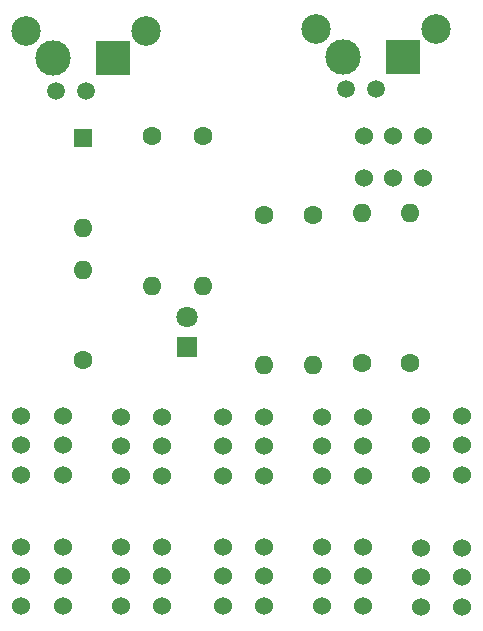
<source format=gbr>
%TF.GenerationSoftware,KiCad,Pcbnew,(6.0.11)*%
%TF.CreationDate,2023-04-08T23:23:57-05:00*%
%TF.ProjectId,TMatchPCB,544d6174-6368-4504-9342-2e6b69636164,rev?*%
%TF.SameCoordinates,Original*%
%TF.FileFunction,Soldermask,Bot*%
%TF.FilePolarity,Negative*%
%FSLAX46Y46*%
G04 Gerber Fmt 4.6, Leading zero omitted, Abs format (unit mm)*
G04 Created by KiCad (PCBNEW (6.0.11)) date 2023-04-08 23:23:57*
%MOMM*%
%LPD*%
G01*
G04 APERTURE LIST*
%ADD10C,1.524000*%
%ADD11C,1.600000*%
%ADD12O,1.600000X1.600000*%
%ADD13C,2.500000*%
%ADD14C,1.500000*%
%ADD15R,3.000000X3.000000*%
%ADD16C,3.000000*%
%ADD17R,1.800000X1.800000*%
%ADD18C,1.800000*%
%ADD19R,1.600000X1.600000*%
G04 APERTURE END LIST*
D10*
%TO.C,SW11*%
X81000000Y-35250000D03*
X83500000Y-35250000D03*
X86000000Y-35250000D03*
X81000000Y-31750000D03*
X83500000Y-31750000D03*
X86000000Y-31750000D03*
%TD*%
%TO.C,SW10*%
X85852000Y-55412000D03*
X85852000Y-57912000D03*
X85852000Y-60412000D03*
X89352000Y-55412000D03*
X89352000Y-57912000D03*
X89352000Y-60412000D03*
%TD*%
D11*
%TO.C,R2*%
X80810000Y-50970000D03*
D12*
X80810000Y-38270000D03*
%TD*%
D11*
%TO.C,R1*%
X72540000Y-38380000D03*
D12*
X72540000Y-51080000D03*
%TD*%
D11*
%TO.C,R6*%
X67380000Y-31710000D03*
D12*
X67380000Y-44410000D03*
%TD*%
D10*
%TO.C,SW3*%
X69088000Y-66500000D03*
X69088000Y-69000000D03*
X69088000Y-71500000D03*
X72588000Y-66500000D03*
X72588000Y-69000000D03*
X72588000Y-71500000D03*
%TD*%
D13*
%TO.C,J3*%
X52420000Y-22800000D03*
X62580000Y-22800000D03*
D14*
X57500000Y-27880000D03*
D15*
X59786000Y-25152000D03*
D16*
X54706000Y-25152000D03*
D14*
X54960000Y-27880000D03*
%TD*%
D10*
%TO.C,SW8*%
X77470000Y-55500000D03*
X77470000Y-58000000D03*
X77470000Y-60500000D03*
X80970000Y-55500000D03*
X80970000Y-58000000D03*
X80970000Y-60500000D03*
%TD*%
%TO.C,SW2*%
X60452000Y-66500000D03*
X60452000Y-69000000D03*
X60452000Y-71500000D03*
X63952000Y-66500000D03*
X63952000Y-69000000D03*
X63952000Y-71500000D03*
%TD*%
D17*
%TO.C,D2*%
X66070000Y-49600000D03*
D18*
X66070000Y-47060000D03*
%TD*%
D10*
%TO.C,SW7*%
X69088000Y-55500000D03*
X69088000Y-58000000D03*
X69088000Y-60500000D03*
X72588000Y-55500000D03*
X72588000Y-58000000D03*
X72588000Y-60500000D03*
%TD*%
%TO.C,SW5*%
X52000000Y-55412000D03*
X52000000Y-57912000D03*
X52000000Y-60412000D03*
X55500000Y-55412000D03*
X55500000Y-57912000D03*
X55500000Y-60412000D03*
%TD*%
D11*
%TO.C,R5*%
X63050000Y-31680000D03*
D12*
X63050000Y-44380000D03*
%TD*%
D11*
%TO.C,R4*%
X84890000Y-50970000D03*
D12*
X84890000Y-38270000D03*
%TD*%
D13*
%TO.C,J6*%
X87080000Y-22670000D03*
X76920000Y-22670000D03*
D15*
X84286000Y-25022000D03*
D14*
X82000000Y-27750000D03*
D16*
X79206000Y-25022000D03*
D14*
X79460000Y-27750000D03*
%TD*%
D10*
%TO.C,SW6*%
X60452000Y-55500000D03*
X60452000Y-58000000D03*
X60452000Y-60500000D03*
X63952000Y-55500000D03*
X63952000Y-58000000D03*
X63952000Y-60500000D03*
%TD*%
D11*
%TO.C,R3*%
X76690000Y-38380000D03*
D12*
X76690000Y-51080000D03*
%TD*%
D11*
%TO.C,R7*%
X57220000Y-50660000D03*
D12*
X57220000Y-43040000D03*
%TD*%
D19*
%TO.C,D1*%
X57230000Y-31870000D03*
D12*
X57230000Y-39490000D03*
%TD*%
D10*
%TO.C,SW1*%
X52000000Y-66500000D03*
X52000000Y-69000000D03*
X52000000Y-71500000D03*
X55500000Y-66500000D03*
X55500000Y-69000000D03*
X55500000Y-71500000D03*
%TD*%
%TO.C,SW4*%
X77470000Y-66500000D03*
X77470000Y-69000000D03*
X77470000Y-71500000D03*
X80970000Y-66500000D03*
X80970000Y-69000000D03*
X80970000Y-71500000D03*
%TD*%
%TO.C,SW9*%
X85852000Y-66588000D03*
X85852000Y-69088000D03*
X85852000Y-71588000D03*
X89352000Y-66588000D03*
X89352000Y-69088000D03*
X89352000Y-71588000D03*
%TD*%
M02*

</source>
